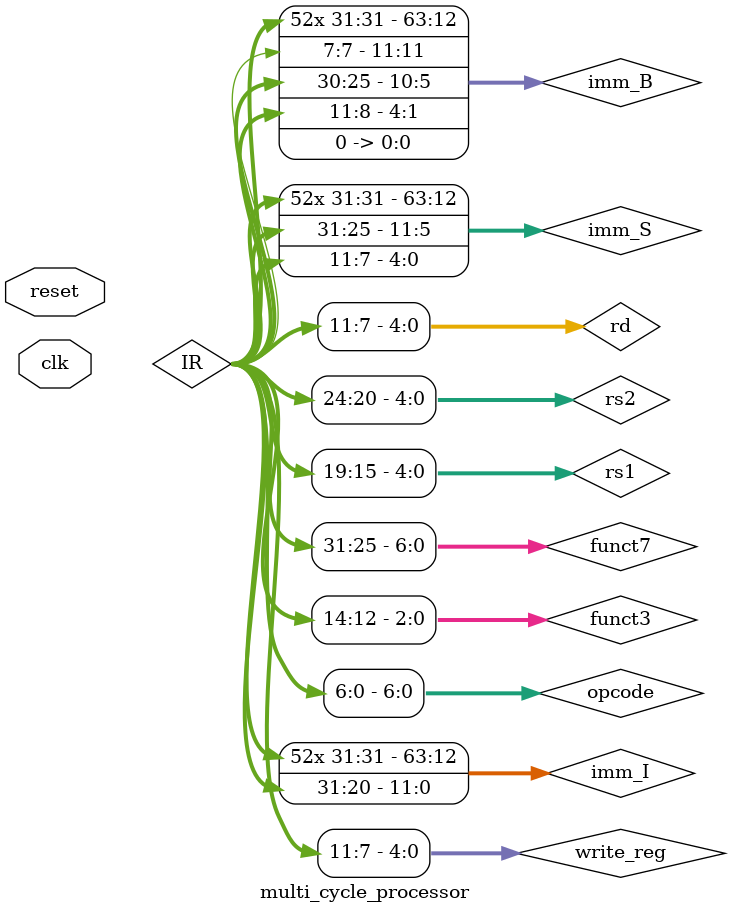
<source format=v>
module multi_cycle_processor (
    input wire clk,
    input wire reset
);

    // Internal wires
    wire [63:0] pc;
    wire [31:0] instruction;
    wire [6:0] opcode;
    wire [2:0] funct3;
    wire [6:0] funct7;
    wire [4:0] rs1, rs2, rd;
    wire [63:0] imm_extended;
    
    // Register file signals
    wire [63:0] reg_data1, reg_data2;
    wire [63:0] write_data;
    wire RegWrite;
    
    // ALU signals
    wire [63:0] alu_input1, alu_input2;
    wire [63:0] alu_result;
    wire zero;
    wire [3:0] alu_control;
    
    // Control signals from FSM
    wire PCWrite, PCWriteCond;
    wire IorD;
    wire MemRead, MemWrite;
    wire MemtoReg;
    wire IRWrite;
    wire [1:0] PCSource;
    wire [1:0] ALUOp;
    wire [1:0] ALUSrcA, ALUSrcB;
    wire RegDst;
    
    // Internal register outputs
    wire [31:0] IR;
    wire [63:0] MDR;
    wire [63:0] A, B;
    wire [63:0] ALUOut;
    
    // Memory signals
    wire [31:0] mem_instruction;
    wire [63:0] mem_read_data;
    
    // PC register
    reg [63:0] PC;
    
    // PC update logic
    wire pc_enable;
    wire [63:0] pc_next;
    
    assign pc_enable = PCWrite || (PCWriteCond && zero);
    
    // PC source multiplexer
    assign pc_next = (PCSource == 2'b00) ? ALUOut :          // PC + 4 or ALU result
                     (PCSource == 2'b01) ? ALUOut :          // Branch target
                                           ALUOut;           // Default
    
    always @(posedge clk or posedge reset) begin
        if (reset)
            PC <= 64'b0;
        else if (pc_enable)
            PC <= pc_next;
    end
    
    assign pc = PC;
    
    // Instruction decode
    assign opcode = IR[6:0];
    assign rd     = IR[11:7];
    assign funct3 = IR[14:12];
    assign rs1    = IR[19:15];
    assign rs2    = IR[24:20];
    assign funct7 = IR[31:25];
    
    // Immediate extension
    wire [63:0] imm_I, imm_S, imm_B;
    
    assign imm_I = {{52{IR[31]}}, IR[31:20]};
    assign imm_S = {{52{IR[31]}}, IR[31:25], IR[11:7]};
    assign imm_B = {{51{IR[31]}}, IR[31], IR[7], IR[30:25], IR[11:8], 1'b0};
    
    // Select immediate based on instruction type
    assign imm_extended = (opcode == 7'b0000011) ? imm_I :  // Load
                         (opcode == 7'b0100011) ? imm_S :   // Store
                         (opcode == 7'b1100011) ? imm_B :   // Branch
                                                 imm_I;     // Default
    
    // FSM Controller
    fsm_controller fsm (
        .clk(clk),
        .reset(reset),
        .opcode(opcode),
        .funct3(funct3),
        .funct7(funct7),
        .zero(zero),
        .PCWrite(PCWrite),
        .PCWriteCond(PCWriteCond),
        .IorD(IorD),
        .MemRead(MemRead),
        .MemWrite(MemWrite),
        .MemtoReg(MemtoReg),
        .IRWrite(IRWrite),
        .PCSource(PCSource),
        .ALUOp(ALUOp),
        .ALUSrcA(ALUSrcA),
        .ALUSrcB(ALUSrcB),
        .RegWrite(RegWrite),
        .RegDst(RegDst)
    );
    
    // Internal Registers
    internal_registers int_regs (
        .clk(clk),
        .reset(reset),
        .IRWrite(IRWrite),
        .instruction_in(mem_instruction),
        .IR(IR),
        .mem_data_in(mem_read_data),
        .MDR(MDR),
        .reg_data1(reg_data1),
        .reg_data2(reg_data2),
        .A(A),
        .B(B),
        .alu_result(alu_result),
        .ALUOut(ALUOut)
    );
    
    // Unified Memory
    unified_memory #(
        .MEM_SIZE(12288)
    ) memory (
        .clk(clk),
        .reset(reset),
        .MemRead(MemRead),
        .MemWrite(MemWrite),
        .IorD(IorD),
        .pc_addr(PC),
        .data_addr(ALUOut),
        .write_data(B),
        .instruction(mem_instruction),
        .read_data(mem_read_data)
    );
    
    // Register File
    wire [4:0] write_reg;
    assign write_reg = RegDst ? rd : rd;  // For now, always rd
    
    register_file reg_file (
        .clk(clk),
        .reset(reset),
        .read_reg1(rs1),
        .read_reg2(rs2),
        .write_reg(write_reg),
        .write_data(write_data),
        .reg_write(RegWrite),
        .read_data1(reg_data1),
        .read_data2(reg_data2)
    );
    
    // Write data multiplexer
    assign write_data = MemtoReg ? MDR : ALUOut;
    
    // ALU input multiplexers
    assign alu_input1 = (ALUSrcA == 2'b00) ? PC :
                       (ALUSrcA == 2'b01) ? PC :
                       (ALUSrcA == 2'b10) ? A :
                                           64'b0;
    
    assign alu_input2 = (ALUSrcB == 2'b00) ? B :
                       (ALUSrcB == 2'b01) ? 64'd4 :
                       (ALUSrcB == 2'b10) ? imm_extended :
                       (ALUSrcB == 2'b11) ? imm_extended :
                                           64'b0;
    
    // ALU Control
    alu_control alu_ctrl (
        .alu_op(ALUOp),
        .funct3(funct3),
        .funct7(funct7),
        .alu_control(alu_control)
    );
    
    // ALU
    alu alu_unit (
        .input1(alu_input1),
        .input2(alu_input2),
        .alu_control(alu_control),
        .result(alu_result),
        .zero(zero)
    );

endmodule
</source>
